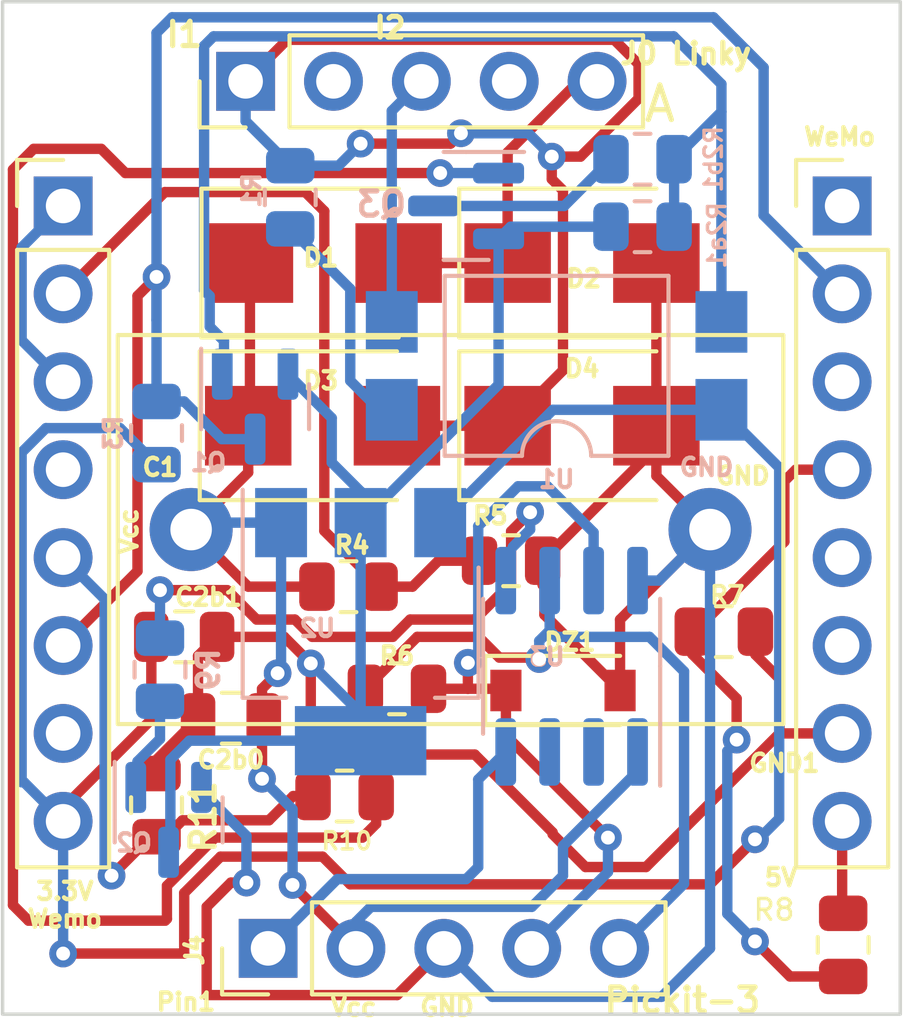
<source format=kicad_pcb>
(kicad_pcb (version 20211014) (generator pcbnew)
  (layers (0 "F.Cu" signal) (31 "B.Cu" signal) (34 "B.Paste" user) (35 "F.Paste" user) (36 "B.SilkS" user "B.Silkscreen") (37 "F.SilkS" user "F.Silkscreen") (38 "B.Mask" user) (39 "F.Mask" user) (44 "Edge.Cuts" user))
  (net 0 "")
  (net 1 "VCC")
  (net 2 "GND")
  (net 3 "A")
  (net 4 "I1")
  (net 5 "Net-(DZ1-Pad1)")
  (net 6 "I2")
  (net 7 "+3.3V")
  (net 8 "GND1")
  (net 9 "Net-(J4-Pad1)")
  (net 10 "Net-(J4-Pad5)")
  (net 13 "Net-(Q1-Pad1)")
  (net 14 "Net-(Q2-Pad1)")
  (net 15 "Net-(R1-Pad2)")
  (net 18 "Net-(Q3-Pad1)")
  (net 20 "Net-(J1-Pad2)")
  (net 21 "Net-(J1-Pad5)")
  (net 22 "Net-(J1-Pad6)")
  (net 23 "Net-(J2-Pad4)")
  (net 24 "Net-(J2-Pad8)")
  (net 25 "Net-(Q3-Pad3)")
  (net 26 "Net-(R9-Pad2)")
  (net 32 "Net-(J1-Pad1)")
  (footprint "Resistor_SMD:R_0805_2012Metric" (layer "F.Cu") (at 28.25 119 180)
    (fp_text reference "R4" (at -0.1 1.2) (layer "F.SilkS") (effects (font (size 0.5 0.5) (thickness 0.125))))
    (fp_text value "9.1k")
    (fp_line (start -0.227064 -0.735) (end 0.227064 -0.735) (layer "F.SilkS") (width 0.12))
    (fp_line (start -0.227064 0.735) (end 0.227064 0.735) (layer "F.SilkS") (width 0.12))
    (pad "1" smd roundrect (at -0.9125 0 180) (size 1.025 1.4) (layers "F.Cu" "F.Paste" "F.Mask") (roundrect_rratio 0.243902439) (net 20 "Net-(J1-Pad2)"))
    (pad "2" smd roundrect (at 0.9125 0 180) (size 1.025 1.4) (layers "F.Cu" "F.Paste" "F.Mask") (roundrect_rratio 0.243902439) (net 1 "VCC"))
  )
  (footprint "Capacitor_SMD:C_0805_2012Metric" (layer "F.Cu") (at 24.85 122.8 180)
    (fp_text reference "C2b0" (at 0 -1.2) (layer "F.SilkS") (effects (font (size 0.5 0.5) (thickness 0.125))))
    (fp_text value "C")
    (fp_line (start -0.261252 -0.735) (end 0.261252 -0.735) (layer "F.SilkS") (width 0.12))
    (fp_line (start -0.261252 0.735) (end 0.261252 0.735) (layer "F.SilkS") (width 0.12))
    (pad "1" smd roundrect (at -0.95 0 180) (size 1 1.45) (layers "F.Cu" "F.Paste" "F.Mask") (net 1 "VCC"))
    (pad "2" smd roundrect (at 0.95 0 180) (size 1 1.45) (layers "F.Cu" "F.Paste" "F.Mask") (net 8 "GND1"))
  )
  (footprint "Diode_SMD:D_SMB" (layer "F.Cu") (at 35 114.35)
    (fp_text reference "D4" (at 0 -1.65) (layer "F.SilkS") (effects (font (size 0.5 0.5) (thickness 0.125))))
    (fp_text value "S2JTR")
    (fp_line (start -3.55 -2.15) (end 2.15 -2.15) (layer "F.SilkS") (width 0.12))
    (fp_line (start -3.55 -2.15) (end -3.55 2.15) (layer "F.SilkS") (width 0.12))
    (fp_line (start -3.55 2.15) (end 2.15 2.15) (layer "F.SilkS") (width 0.12))
    (pad "1" smd rect (at -2.15 0) (size 2.5 2.3) (layers "F.Cu" "F.Paste" "F.Mask") (net 4 "I1"))
    (pad "2" smd rect (at 2.15 0) (size 2.5 2.3) (layers "F.Cu" "F.Paste" "F.Mask") (net 2 "GND"))
  )
  (footprint "Diode_SMD:D_SMB" (layer "F.Cu") (at 27.55 109.65)
    (fp_text reference "D1" (at -0.1 -0.15) (layer "F.SilkS") (effects (font (size 0.5 0.5) (thickness 0.125))))
    (fp_text value "S2JTR")
    (fp_line (start -3.55 2.15) (end 2.15 2.15) (layer "F.SilkS") (width 0.12))
    (fp_line (start -3.55 -2.15) (end 2.15 -2.15) (layer "F.SilkS") (width 0.12))
    (fp_line (start -3.55 -2.15) (end -3.55 2.15) (layer "F.SilkS") (width 0.12))
    (pad "1" smd rect (at -2.15 0) (size 2.5 2.3) (layers "F.Cu" "F.Paste" "F.Mask") (net 1 "VCC"))
    (pad "2" smd rect (at 2.15 0) (size 2.5 2.3) (layers "F.Cu" "F.Paste" "F.Mask") (net 3 "A"))
  )
  (footprint "Connector_PinHeader_2.54mm:PinHeader_1x05_P2.54mm_Vertical" (layer "F.Cu") (at 25.275 104.4 90)
    (fp_text reference "J0")
    (fp_text value "J0 Linky" (at 0.8 12.725 180) (layer "F.SilkS") (effects (font (size 0.6 0.6))))
    (fp_line (start -1.33 11.49) (end 1.33 11.49) (layer "F.SilkS") (width 0.12))
    (fp_line (start -1.33 -1.33) (end 0 -1.33) (layer "F.SilkS") (width 0.12))
    (fp_line (start -1.33 1.27) (end -1.33 11.49) (layer "F.SilkS") (width 0.12))
    (fp_line (start -1.33 1.27) (end 1.33 1.27) (layer "F.SilkS") (width 0.12))
    (fp_line (start -1.33 0) (end -1.33 -1.33) (layer "F.SilkS") (width 0.12))
    (fp_line (start 1.33 1.27) (end 1.33 11.49) (layer "F.SilkS") (width 0.12))
    (pad "1" thru_hole rect (at 0 0 90) (size 1.7 1.7) (drill 1) (layers *.Cu *.Mask) (net 4 "I1"))
    (pad "2" thru_hole oval (at 0 2.54 90) (size 1.7 1.7) (drill 1) (layers *.Cu *.Mask))
    (pad "3" thru_hole oval (at 0 5.08 90) (size 1.7 1.7) (drill 1) (layers *.Cu *.Mask) (net 6 "I2"))
    (pad "4" thru_hole oval (at 0 7.62 90) (size 1.7 1.7) (drill 1) (layers *.Cu *.Mask))
    (pad "5" thru_hole oval (at 0 10.16 90) (size 1.7 1.7) (drill 1) (layers *.Cu *.Mask) (net 3 "A"))
  )
  (footprint "Connector_PinHeader_2.54mm:PinHeader_1x08_P2.54mm_Vertical" (layer "F.Cu") (at 42.52 108)
    (fp_text reference "J2")
    (fp_text value "WeMo" (at -0.07 -2 180) (layer "F.SilkS") (effects (font (size 0.5 0.5) (thickness 0.125))))
    (fp_line (start -1.33 1.27) (end 1.33 1.27) (layer "F.SilkS") (width 0.12))
    (fp_line (start 1.33 1.27) (end 1.33 19.11) (layer "F.SilkS") (width 0.12))
    (fp_line (start -1.33 -1.33) (end 0 -1.33) (layer "F.SilkS") (width 0.12))
    (fp_line (start -1.33 19.11) (end 1.33 19.11) (layer "F.SilkS") (width 0.12))
    (fp_line (start -1.33 1.27) (end -1.33 19.11) (layer "F.SilkS") (width 0.12))
    (fp_line (start -1.33 0) (end -1.33 -1.33) (layer "F.SilkS") (width 0.12))
    (pad "1" thru_hole rect (at 0 0) (size 1.7 1.7) (drill 1) (layers *.Cu *.Mask))
    (pad "2" thru_hole oval (at 0 2.54) (size 1.7 1.7) (drill 1) (layers *.Cu *.Mask) (net 22 "Net-(J1-Pad6)"))
    (pad "3" thru_hole oval (at 0 5.08) (size 1.7 1.7) (drill 1) (layers *.Cu *.Mask))
    (pad "4" thru_hole oval (at 0 7.62) (size 1.7 1.7) (drill 1) (layers *.Cu *.Mask) (net 23 "Net-(J2-Pad4)"))
    (pad "5" thru_hole oval (at 0 10.16) (size 1.7 1.7) (drill 1) (layers *.Cu *.Mask))
    (pad "6" thru_hole oval (at 0 12.7) (size 1.7 1.7) (drill 1) (layers *.Cu *.Mask))
    (pad "7" thru_hole oval (at 0 15.24) (size 1.7 1.7) (drill 1) (layers *.Cu *.Mask) (net 8 "GND1"))
    (pad "8" thru_hole oval (at 0 17.78) (size 1.7 1.7) (drill 1) (layers *.Cu *.Mask) (net 24 "Net-(J2-Pad8)"))
  )
  (footprint "Connector_PinHeader_2.54mm:PinHeader_1x08_P2.54mm_Vertical" (layer "F.Cu") (at 20 108)
    (fp_text reference "J1")
    (fp_text value "Wemo" (at 0.05 20.6 180) (layer "F.SilkS") (effects (font (size 0.5 0.5) (thickness 0.125))))
    (fp_line (start -1.33 0) (end -1.33 -1.33) (layer "F.SilkS") (width 0.12))
    (fp_line (start -1.33 1.27) (end 1.33 1.27) (layer "F.SilkS") (width 0.12))
    (fp_line (start -1.33 19.11) (end 1.33 19.11) (layer "F.SilkS") (width 0.12))
    (fp_line (start -1.33 -1.33) (end 0 -1.33) (layer "F.SilkS") (width 0.12))
    (fp_line (start -1.33 1.27) (end -1.33 19.11) (layer "F.SilkS") (width 0.12))
    (fp_line (start 1.33 1.27) (end 1.33 19.11) (layer "F.SilkS") (width 0.12))
    (pad "1" thru_hole rect (at 0 0) (size 1.7 1.7) (drill 1) (layers *.Cu *.Mask) (net 32 "Net-(J1-Pad1)"))
    (pad "2" thru_hole oval (at 0 2.54) (size 1.7 1.7) (drill 1) (layers *.Cu *.Mask) (net 20 "Net-(J1-Pad2)"))
    (pad "3" thru_hole oval (at 0 5.08) (size 1.7 1.7) (drill 1) (layers *.Cu *.Mask) (net 32 "Net-(J1-Pad1)"))
    (pad "4" thru_hole oval (at 0 7.62) (size 1.7 1.7) (drill 1) (layers *.Cu *.Mask))
    (pad "5" thru_hole oval (at 0 10.16) (size 1.7 1.7) (drill 1) (layers *.Cu *.Mask) (net 21 "Net-(J1-Pad5)"))
    (pad "6" thru_hole oval (at 0 12.7) (size 1.7 1.7) (drill 1) (layers *.Cu *.Mask) (net 22 "Net-(J1-Pad6)"))
    (pad "7" thru_hole oval (at 0 15.24) (size 1.7 1.7) (drill 1) (layers *.Cu *.Mask))
    (pad "8" thru_hole oval (at 0 17.78) (size 1.7 1.7) (drill 1) (layers *.Cu *.Mask) (net 7 "+3.3V"))
  )
  (footprint "Connector_PinHeader_2.54mm:PinHeader_1x05_P2.54mm_Vertical" (layer "F.Cu") (at 25.925 129.45 90)
    (fp_text reference "J4" (at -0.05 -2.125 90) (layer "F.SilkS") (effects (font (size 0.5 0.5) (thickness 0.125))))
    (fp_text value "Pickit-3" (at -1.5 11.975 180) (layer "F.SilkS") (effects (font (size 0.7 0.7))))
    (fp_line (start -1.33 0) (end -1.33 -1.33) (layer "F.SilkS") (width 0.12))
    (fp_line (start -1.33 1.27) (end -1.33 11.49) (layer "F.SilkS") (width 0.12))
    (fp_line (start -1.33 1.27) (end 1.33 1.27) (layer "F.SilkS") (width 0.12))
    (fp_line (start -1.33 11.49) (end 1.33 11.49) (layer "F.SilkS") (width 0.12))
    (fp_line (start -1.33 -1.33) (end 0 -1.33) (layer "F.SilkS") (width 0.12))
    (fp_line (start 1.33 1.27) (end 1.33 11.49) (layer "F.SilkS") (width 0.12))
    (pad "1" thru_hole rect (at 0 0 90) (size 1.7 1.7) (drill 1) (layers *.Cu *.Mask) (net 9 "Net-(J4-Pad1)"))
    (pad "2" thru_hole oval (at 0 2.54 90) (size 1.7 1.7) (drill 1) (layers *.Cu *.Mask) (net 1 "VCC"))
    (pad "3" thru_hole oval (at 0 5.08 90) (size 1.7 1.7) (drill 1) (layers *.Cu *.Mask) (net 2 "GND"))
    (pad "4" thru_hole oval (at 0 7.62 90) (size 1.7 1.7) (drill 1) (layers *.Cu *.Mask) (net 5 "Net-(DZ1-Pad1)"))
    (pad "5" thru_hole oval (at 0 10.16 90) (size 1.7 1.7) (drill 1) (layers *.Cu *.Mask) (net 10 "Net-(J4-Pad5)"))
  )
  (footprint "Resistor_SMD:R_0805_2012Metric" (layer "F.Cu") (at 22.7 125.3125 90)
    (fp_text reference "R11" (at -0.3375 1.35 90) (layer "F.SilkS") (effects (font (size 0.7 0.7))))
    (fp_text value "330k")
    (fp_line (start -0.227064 0.735) (end 0.227064 0.735) (layer "F.SilkS") (width 0.12))
    (fp_line (start -0.227064 -0.735) (end 0.227064 -0.735) (layer "F.SilkS") (width 0.12))
    (pad "1" smd roundrect (at -0.9125 0 90) (size 1.025 1.4) (layers "F.Cu" "F.Paste" "F.Mask") (roundrect_rratio 0.243902) (net 21 "Net-(J1-Pad5)"))
    (pad "2" smd roundrect (at 0.9125 0 90) (size 1.025 1.4) (layers "F.Cu" "F.Paste" "F.Mask") (roundrect_rratio 0.243902) (net 8 "GND1"))
  )
  (footprint "Resistor_SMD:R_0805_2012Metric" (layer "F.Cu") (at 28.1375 125.05)
    (fp_text reference "R10" (at 0.0625 1.3) (layer "F.SilkS") (effects (font (size 0.5 0.5) (thickness 0.1))))
    (fp_text value "1k")
    (fp_line (start -0.227064 0.735) (end 0.227064 0.735) (layer "F.SilkS") (width 0.12))
    (fp_line (start -0.227064 -0.735) (end 0.227064 -0.735) (layer "F.SilkS") (width 0.12))
    (pad "1" smd roundrect (at -0.9125 0) (size 1.025 1.4) (layers "F.Cu" "F.Paste" "F.Mask") (roundrect_rratio 0.243902) (net 21 "Net-(J1-Pad5)"))
    (pad "2" smd roundrect (at 0.9125 0) (size 1.025 1.4) (layers "F.Cu" "F.Paste" "F.Mask") (roundrect_rratio 0.243902) (net 18 "Net-(Q3-Pad1)"))
  )
  (footprint "Capacitor_SMD:C_0805_2012Metric" (layer "F.Cu") (at 23.5 120.45)
    (fp_text reference "C2b1" (at 0.7 -1.15) (layer "F.SilkS") (effects (font (size 0.5 0.5) (thickness 0.125))))
    (fp_text value "C")
    (fp_line (start -0.261252 0.735) (end 0.261252 0.735) (layer "F.SilkS") (width 0.12))
    (fp_line (start -0.261252 -0.735) (end 0.261252 -0.735) (layer "F.SilkS") (width 0.12))
    (pad "1" smd roundrect (at -0.95 0) (size 1 1.45) (layers "F.Cu" "F.Paste" "F.Mask") (net 7 "+3.3V"))
    (pad "2" smd roundrect (at 0.95 0) (size 1 1.45) (layers "F.Cu" "F.Paste" "F.Mask") (net 8 "GND1"))
  )
  (footprint "Diode_SMD:D_SMB" (layer "F.Cu") (at 27.5 114.35)
    (fp_text reference "D3" (at -0.05 -1.3) (layer "F.SilkS") (effects (font (size 0.5 0.5) (thickness 0.125))))
    (fp_text value "S2JTR")
    (fp_line (start -3.55 -2.15) (end -3.55 2.15) (layer "F.SilkS") (width 0.12))
    (fp_line (start -3.55 -2.15) (end 2.15 -2.15) (layer "F.SilkS") (width 0.12))
    (fp_line (start -3.55 2.15) (end 2.15 2.15) (layer "F.SilkS") (width 0.12))
    (pad "1" smd rect (at -2.15 0) (size 2.5 2.3) (layers "F.Cu" "F.Paste" "F.Mask") (net 1 "VCC"))
    (pad "2" smd rect (at 2.15 0) (size 2.5 2.3) (layers "F.Cu" "F.Paste" "F.Mask") (net 4 "I1"))
  )
  (footprint "Resistor_SMD:R_0805_2012Metric" (layer "F.Cu") (at 32.95 118.25 180)
    (fp_text reference "R5" (at 0.6 1.3) (layer "F.SilkS") (effects (font (size 0.5 0.5) (thickness 0.125))))
    (fp_text value "1k")
    (fp_line (start -0.227064 -0.735) (end 0.227064 -0.735) (layer "F.SilkS") (width 0.12))
    (fp_line (start -0.227064 0.735) (end 0.227064 0.735) (layer "F.SilkS") (width 0.12))
    (pad "1" smd roundrect (at -0.9125 0 180) (size 1.025 1.4) (layers "F.Cu" "F.Paste" "F.Mask") (roundrect_rratio 0.243902439) (net 2 "GND"))
    (pad "2" smd roundrect (at 0.9125 0 180) (size 1.025 1.4) (layers "F.Cu" "F.Paste" "F.Mask") (roundrect_rratio 0.243902439) (net 20 "Net-(J1-Pad2)"))
  )
  (footprint "Capacitor_THT:C_Rect_L19.0mm_W11.0mm_P15.00mm_MKS4" (layer "F.Cu") (at 23.7 117.35)
    (fp_text reference "C1" (at -0.9 -1.8) (layer "F.SilkS") (effects (font (size 0.5 0.5) (thickness 0.125))))
    (fp_text value "C" hide)
    (fp_line (start -2.12 -5.62) (end -2.12 5.62) (layer "F.SilkS") (width 0.12))
    (fp_line (start -2.12 -5.62) (end 17.12 -5.62) (layer "F.SilkS") (width 0.12))
    (fp_line (start 17.12 -5.62) (end 17.12 5.62) (layer "F.SilkS") (width 0.12))
    (fp_line (start -2.12 5.62) (end 17.12 5.62) (layer "F.SilkS") (width 0.12))
    (pad "1" thru_hole circle (at 0 0) (size 2.4 2.4) (drill 1.2) (layers *.Cu *.Mask) (net 1 "VCC"))
    (pad "2" thru_hole circle (at 15 0) (size 2.4 2.4) (drill 1.2) (layers *.Cu *.Mask) (net 2 "GND"))
  )
  (footprint "Resistor_SMD:R_0805_2012Metric" (layer "F.Cu") (at 39.1 120.3)
    (fp_text reference "R7" (at 0.1 -1.05) (layer "F.SilkS") (effects (font (size 0.5 0.5) (thickness 0.11))))
    (fp_text value "470k" hide)
    (fp_line (start -0.227064 -0.735) (end 0.227064 -0.735) (layer "F.SilkS") (width 0.12))
    (fp_line (start -0.227064 0.735) (end 0.227064 0.735) (layer "F.SilkS") (width 0.12))
    (pad "1" smd roundrect (at -0.9125 0) (size 1.025 1.4) (layers "F.Cu" "F.Paste" "F.Mask") (roundrect_rratio 0.243902) (net 23 "Net-(J2-Pad4)"))
    (pad "2" smd roundrect (at 0.9125 0) (size 1.025 1.4) (layers "F.Cu" "F.Paste" "F.Mask") (roundrect_rratio 0.243902) (net 8 "GND1"))
  )
  (footprint "Resistor_SMD:R_0805_2012Metric" (layer "F.Cu") (at 29.65 121.95 180)
    (fp_text reference "R6" (at 0 0.95) (layer "F.SilkS") (effects (font (size 0.5 0.5) (thickness 0.125))))
    (fp_text value "270")
    (fp_line (start -0.227064 0.735) (end 0.227064 0.735) (layer "F.SilkS") (width 0.12))
    (fp_line (start -0.227064 -0.735) (end 0.227064 -0.735) (layer "F.SilkS") (width 0.12))
    (pad "1" smd roundrect (at -0.9125 0 180) (size 1.025 1.4) (layers "F.Cu" "F.Paste" "F.Mask") (roundrect_rratio 0.243902439) (net 5 "Net-(DZ1-Pad1)"))
    (pad "2" smd roundrect (at 0.9125 0 180) (size 1.025 1.4) (layers "F.Cu" "F.Paste" "F.Mask") (roundrect_rratio 0.243902439) (net 10 "Net-(J4-Pad5)"))
  )
  (footprint "Diode_SMD:D_SOD-123" (layer "F.Cu") (at 34.45 122)
    (fp_text reference "DZ1" (at 0.2 -1.4) (layer "F.SilkS") (effects (font (size 0.5 0.5) (thickness 0.125))))
    (fp_text value "BAT43W-V" hide)
    (fp_line (start -2.25 1) (end 1.65 1) (layer "F.SilkS") (width 0.12))
    (fp_line (start -2.25 -1) (end 1.65 -1) (layer "F.SilkS") (width 0.12))
    (fp_line (start -2.25 -1) (end -2.25 1) (layer "F.SilkS") (width 0.12))
    (pad "1" smd rect (at -1.65 0) (size 0.9 1.2) (layers "F.Cu" "F.Paste" "F.Mask") (net 5 "Net-(DZ1-Pad1)"))
    (pad "2" smd rect (at 1.65 0) (size 0.9 1.2) (layers "F.Cu" "F.Paste" "F.Mask") (net 2 "GND"))
  )
  (footprint "Resistor_SMD:R_0805_2012Metric" (layer "F.Cu") (at 42.55 129.35 -90)
    (fp_text reference "R8" (at -1.0125 2 180) (layer "F.SilkS") (effects (font (size 0.6 0.6) (thickness 0.1))))
    (fp_text value "750k")
    (fp_line (start -0.227064 -0.735) (end 0.227064 -0.735) (layer "F.SilkS") (width 0.12))
    (fp_line (start -0.227064 0.735) (end 0.227064 0.735) (layer "F.SilkS") (width 0.12))
    (pad "1" smd roundrect (at -0.9125 0 270) (size 1.025 1.4) (layers "F.Cu" "F.Paste" "F.Mask") (roundrect_rratio 0.243902) (net 24 "Net-(J2-Pad8)"))
    (pad "2" smd roundrect (at 0.9125 0 270) (size 1.025 1.4) (layers "F.Cu" "F.Paste" "F.Mask") (roundrect_rratio 0.243902) (net 23 "Net-(J2-Pad4)"))
  )
  (footprint "Diode_SMD:D_SMB" (layer "F.Cu") (at 35 109.65)
    (fp_text reference "D2" (at 0.05 0.45) (layer "F.SilkS") (effects (font (size 0.5 0.5) (thickness 0.125))))
    (fp_text value "S2JTR")
    (fp_line (start -3.55 -2.15) (end 2.15 -2.15) (layer "F.SilkS") (width 0.12))
    (fp_line (start -3.55 -2.15) (end -3.55 2.15) (layer "F.SilkS") (width 0.12))
    (fp_line (start -3.55 2.15) (end 2.15 2.15) (layer "F.SilkS") (width 0.12))
    (pad "1" smd rect (at -2.15 0) (size 2.5 2.3) (layers "F.Cu" "F.Paste" "F.Mask") (net 3 "A"))
    (pad "2" smd rect (at 2.15 0) (size 2.5 2.3) (layers "F.Cu" "F.Paste" "F.Mask") (net 2 "GND"))
  )
  (footprint "Package_DIP:SMDIP-4_W9.53mm_Clearance8mm" (layer "B.Cu") (at 34.265 112.62)
    (fp_text reference "U1" (at 0 3.28) (layer "B.SilkS") (effects (font (size 0.5 0.5) (thickness 0.125)) (justify mirror)))
    (fp_text value "SFH6206-2T")
    (fp_line (start -3.235 -2.6) (end 3.235 -2.6) (layer "B.SilkS") (width 0.12))
    (fp_line (start 3.235 2.6) (end 1 2.6) (layer "B.SilkS") (width 0.12))
    (fp_line (start 3.235 -2.6) (end 3.235 2.6) (layer "B.SilkS") (width 0.12))
    (fp_line (start -1 2.6) (end -3.235 2.6) (layer "B.SilkS") (width 0.12))
    (fp_line (start -3.235 2.6) (end -3.235 -2.6) (layer "B.SilkS") (width 0.12))
    (fp_arc (start -1 2.6) (mid 0 1.6) (end 1 2.6) (layer "B.SilkS") (width 0.12))
    (pad "1" smd rect (at -4.765 1.27) (size 1.5 1.78) (layers "B.Cu" "B.Paste" "B.Mask") (net 15 "Net-(R1-Pad2)"))
    (pad "2" smd rect (at -4.765 -1.27) (size 1.5 1.78) (layers "B.Cu" "B.Paste" "B.Mask") (net 6 "I2"))
    (pad "3" smd rect (at 4.765 -1.27) (size 1.5 1.78) (layers "B.Cu" "B.Paste" "B.Mask") (net 13 "Net-(Q1-Pad1)"))
    (pad "4" smd rect (at 4.765 1.27) (size 1.5 1.78) (layers "B.Cu" "B.Paste" "B.Mask") (net 7 "+3.3V"))
  )
  (footprint "Resistor_SMD:R_0805_2012Metric" (layer "B.Cu") (at 36.75 106.65)
    (fp_text reference "R2b1" (at 2.05 0 90) (layer "B.SilkS") (effects (font (size 0.5 0.5) (thickness 0.1)) (justify mirror)))
    (fp_text value "26k")
    (fp_line (start -0.227064 0.735) (end 0.227064 0.735) (layer "B.SilkS") (width 0.12))
    (fp_line (start -0.227064 -0.735) (end 0.227064 -0.735) (layer "B.SilkS") (width 0.12))
    (pad "1" smd roundrect (at -0.9125 0) (size 1.025 1.4) (layers "B.Cu" "B.Paste" "B.Mask") (roundrect_rratio 0.243902) (net 25 "Net-(Q3-Pad3)"))
    (pad "2" smd roundrect (at 0.9125 0) (size 1.025 1.4) (layers "B.Cu" "B.Paste" "B.Mask") (roundrect_rratio 0.243902) (net 13 "Net-(Q1-Pad1)"))
  )
  (footprint "Resistor_SMD:R_0805_2012Metric" (layer "B.Cu") (at 22.8 121.4 90)
    (fp_text reference "R9" (at 0 1.4 90) (layer "B.SilkS") (effects (font (size 0.6 0.6)) (justify mirror)))
    (fp_text value "1k")
    (fp_line (start -0.227064 0.735) (end 0.227064 0.735) (layer "B.SilkS") (width 0.12))
    (fp_line (start -0.227064 -0.735) (end 0.227064 -0.735) (layer "B.SilkS") (width 0.12))
    (pad "1" smd roundrect (at -0.9125 0 90) (size 1.025 1.4) (layers "B.Cu" "B.Paste" "B.Mask") (roundrect_rratio 0.243902) (net 14 "Net-(Q2-Pad1)"))
    (pad "2" smd roundrect (at 0.9125 0 90) (size 1.025 1.4) (layers "B.Cu" "B.Paste" "B.Mask") (roundrect_rratio 0.243902) (net 26 "Net-(R9-Pad2)"))
  )
  (footprint "Package_TO_SOT_SMD:SOT-23" (layer "B.Cu") (at 23.05 125.7375 -90)
    (fp_text reference "Q2" (at 0.6625 1) (layer "B.SilkS") (effects (font (size 0.5 0.5) (thickness 0.125)) (justify mirror)))
    (fp_text value "IRLML6244")
    (fp_line (start 0 1.56) (end 0.65 1.56) (layer "B.SilkS") (width 0.12))
    (fp_line (start 0 -1.56) (end -0.65 -1.56) (layer "B.SilkS") (width 0.12))
    (fp_line (start 0 -1.56) (end 0.65 -1.56) (layer "B.SilkS") (width 0.12))
    (fp_line (start 0 1.56) (end -1.675 1.56) (layer "B.SilkS") (width 0.12))
    (pad "1" smd roundrect (at -0.9375 0.95 270) (size 1.475 0.6) (layers "B.Cu" "B.Paste" "B.Mask") (net 14 "Net-(Q2-Pad1)"))
    (pad "2" smd roundrect (at -0.9375 -0.95 270) (size 1.475 0.6) (layers "B.Cu" "B.Paste" "B.Mask") (net 2 "GND"))
    (pad "3" smd roundrect (at 0.9375 0 270) (size 1.475 0.6) (layers "B.Cu" "B.Paste" "B.Mask") (net 8 "GND1"))
  )
  (footprint "Resistor_SMD:R_0805_2012Metric" (layer "B.Cu") (at 26.565 107.75 -90)
    (fp_text reference "R1" (at -0.2 1.115 90) (layer "B.SilkS") (effects (font (size 0.5 0.5) (thickness 0.125)) (justify mirror)))
    (fp_text value "0.1k")
    (fp_line (start -0.227064 -0.735) (end 0.227064 -0.735) (layer "B.SilkS") (width 0.12))
    (fp_line (start -0.227064 0.735) (end 0.227064 0.735) (layer "B.SilkS") (width 0.12))
    (pad "1" smd roundrect (at -0.9125 0 270) (size 1.025 1.4) (layers "B.Cu" "B.Paste" "B.Mask") (roundrect_rratio 0.243902439) (net 4 "I1"))
    (pad "2" smd roundrect (at 0.9125 0 270) (size 1.025 1.4) (layers "B.Cu" "B.Paste" "B.Mask") (roundrect_rratio 0.243902439) (net 15 "Net-(R1-Pad2)"))
  )
  (footprint "Package_TO_SOT_SMD:SOT-223-3_TabPin2" (layer "B.Cu") (at 28.6 120.3 -90)
    (fp_text reference "U2" (at -0.1 1.25) (layer "B.SilkS") (effects (font (size 0.5 0.5) (thickness 0.125)) (justify mirror)))
    (fp_text value "MCP1825s33")
    (fp_line (start -4.1 3.41) (end 1.91 3.41) (layer "B.SilkS") (width 0.12))
    (fp_line (start -1.85 -3.41) (end 1.91 -3.41) (layer "B.SilkS") (width 0.12))
    (fp_line (start 1.91 3.41) (end 1.91 2.15) (layer "B.SilkS") (width 0.12))
    (fp_line (start 1.91 -3.41) (end 1.91 -2.15) (layer "B.SilkS") (width 0.12))
    (pad "1" smd rect (at -3.15 2.3 270) (size 2 1.5) (layers "B.Cu" "B.Paste" "B.Mask") (net 1 "VCC"))
    (pad "2" smd rect (at -3.15 0 270) (size 2 1.5) (layers "B.Cu" "B.Paste" "B.Mask") (net 8 "GND1"))
    (pad "2" smd rect (at 3.15 0 270) (size 2 3.8) (layers "B.Cu" "B.Paste" "B.Mask") (net 8 "GND1"))
    (pad "3" smd rect (at -3.15 -2.3 270) (size 2 1.5) (layers "B.Cu" "B.Paste" "B.Mask") (net 7 "+3.3V"))
  )
  (footprint "Package_TO_SOT_SMD:SOT-23" (layer "B.Cu") (at 25.55 113.8 -90)
    (fp_text reference "Q1" (at 1.6125 1.35) (layer "B.SilkS") (effects (font (size 0.5 0.5) (thickness 0.125)) (justify mirror)))
    (fp_text value "BS170F")
    (fp_line (start 0 -1.56) (end 0.65 -1.56) (layer "B.SilkS") (width 0.12))
    (fp_line (start 0 1.56) (end -1.675 1.56) (layer "B.SilkS") (width 0.12))
    (fp_line (start 0 1.56) (end 0.65 1.56) (layer "B.SilkS") (width 0.12))
    (fp_line (start 0 -1.56) (end -0.65 -1.56) (layer "B.SilkS") (width 0.12))
    (pad "1" smd roundrect (at -0.9375 0.95 270) (size 1.475 0.6) (layers "B.Cu" "B.Paste" "B.Mask") (net 13 "Net-(Q1-Pad1)"))
    (pad "2" smd roundrect (at -0.9375 -0.95 270) (size 1.475 0.6) (layers "B.Cu" "B.Paste" "B.Mask") (net 8 "GND1"))
    (pad "3" smd roundrect (at 0.9375 0 270) (size 1.475 0.6) (layers "B.Cu" "B.Paste" "B.Mask") (net 22 "Net-(J1-Pad6)"))
  )
  (footprint "Package_TO_SOT_SMD:SOT-23" (layer "B.Cu") (at 31.65 108 180)
    (fp_text reference "Q3" (at 2.45 0.05) (layer "B.SilkS") (effects (font (size 0.7 0.7)) (justify mirror)))
    (fp_text value "IRLML6244")
    (fp_line (start 0 -1.56) (end -0.65 -1.56) (layer "B.SilkS") (width 0.12))
    (fp_line (start 0 1.56) (end -1.675 1.56) (layer "B.SilkS") (width 0.12))
    (fp_line (start 0 -1.56) (end 0.65 -1.56) (layer "B.SilkS") (width 0.12))
    (fp_line (start 0 1.56) (end 0.65 1.56) (layer "B.SilkS") (width 0.12))
    (pad "1" smd roundrect (at -0.9375 0.95 180) (size 1.475 0.6) (layers "B.Cu" "B.Paste" "B.Mask") (net 18 "Net-(Q3-Pad1)"))
    (pad "2" smd roundrect (at -0.9375 -0.95 180) (size 1.475 0.6) (layers "B.Cu" "B.Paste" "B.Mask") (net 8 "GND1"))
    (pad "3" smd roundrect (at 0.9375 0 180) (size 1.475 0.6) (layers "B.Cu" "B.Paste" "B.Mask") (net 25 "Net-(Q3-Pad3)"))
  )
  (footprint "Resistor_SMD:R_0805_2012Metric" (layer "B.Cu") (at 22.7 114.5625 -90)
    (fp_text reference "R3" (at 0 1.25 90) (layer "B.SilkS") (effects (font (size 0.5 0.5) (thickness 0.125)) (justify mirror)))
    (fp_text value "10k")
    (fp_line (start -0.227064 -0.735) (end 0.227064 -0.735) (layer "B.SilkS") (width 0.12))
    (fp_line (start -0.227064 0.735) (end 0.227064 0.735) (layer "B.SilkS") (width 0.12))
    (pad "1" smd roundrect (at -0.9125 0 270) (size 1.025 1.4) (layers "B.Cu" "B.Paste" "B.Mask") (roundrect_rratio 0.243902439) (net 22 "Net-(J1-Pad6)"))
    (pad "2" smd roundrect (at 0.9125 0 270) (size 1.025 1.4) (layers "B.Cu" "B.Paste" "B.Mask") (roundrect_rratio 0.243902439) (net 7 "+3.3V"))
  )
  (footprint "Resistor_SMD:R_0805_2012Metric" (layer "B.Cu") (at 36.75 108.6)
    (fp_text reference "R2a1" (at 2.15 0.25 90) (layer "B.SilkS") (effects (font (size 0.5 0.5) (thickness 0.1)) (justify mirror)))
    (fp_text value "22k")
    (fp_line (start -0.227064 0.735) (end 0.227064 0.735) (layer "B.SilkS") (width 0.12))
    (fp_line (start -0.227064 -0.735) (end 0.227064 -0.735) (layer "B.SilkS") (width 0.12))
    (pad "1" smd roundrect (at -0.9125 0) (size 1.025 1.4) (layers "B.Cu" "B.Paste" "B.Mask") (roundrect_rratio 0.243902) (net 8 "GND1"))
    (pad "2" smd roundrect (at 0.9125 0) (size 1.025 1.4) (layers "B.Cu" "B.Paste" "B.Mask") (roundrect_rratio 0.243902) (net 13 "Net-(Q1-Pad1)"))
  )
  (footprint "Package_SO:SOIC-8_3.9x4.9mm_P1.27mm" (layer "B.Cu") (at 34.7 121.3 90)
    (fp_text reference "U3" (at 0.275 -0.715) (layer "B.SilkS") (effects (font (size 0.5 0.5) (thickness 0.125)) (justify mirror)))
    (fp_text value "PIC12F1840-IP")
    (fp_line (start 0 2.56) (end 1.95 2.56) (layer "B.SilkS") (width 0.12))
    (fp_line (start 0 2.56) (end -3.45 2.56) (layer "B.SilkS") (width 0.12))
    (fp_line (start 0 -2.56) (end -1.95 -2.56) (layer "B.SilkS") (width 0.12))
    (fp_line (start 0 -2.56) (end 1.95 -2.56) (layer "B.SilkS") (width 0.12))
    (pad "1" smd roundrect (at -2.475 1.905 90) (size 1.95 0.6) (layers "B.Cu" "B.Paste" "B.Mask") (net 1 "VCC"))
    (pad "2" smd roundrect (at -2.475 0.635 90) (size 1.95 0.6) (layers "B.Cu" "B.Paste" "B.Mask"))
    (pad "3" smd roundrect (at -2.475 -0.635 90) (size 1.95 0.6) (layers "B.Cu" "B.Paste" "B.Mask"))
    (pad "4" smd roundrect (at -2.475 -1.905 90) (size 1.95 0.6) (layers "B.Cu" "B.Paste" "B.Mask") (net 9 "Net-(J4-Pad1)"))
    (pad "5" smd roundrect (at 2.475 -1.905 90) (size 1.95 0.6) (layers "B.Cu" "B.Paste" "B.Mask") (net 26 "Net-(R9-Pad2)"))
    (pad "6" smd roundrect (at 2.475 -0.635 90) (size 1.95 0.6) (layers "B.Cu" "B.Paste" "B.Mask") (net 10 "Net-(J4-Pad5)"))
    (pad "7" smd roundrect (at 2.475 0.635 90) (size 1.95 0.6) (layers "B.Cu" "B.Paste" "B.Mask") (net 5 "Net-(DZ1-Pad1)"))
    (pad "8" smd roundrect (at 2.475 1.905 90) (size 1.95 0.6) (layers "B.Cu" "B.Paste" "B.Mask") (net 2 "GND"))
  )
  (gr_rect (start 18.25 102.1) (end 44.2 131.351615) (layer "Edge.Cuts") (width 0.1) (fill none))
  (gr_text "GND\n" (at 38.6 115.55) (layer "B.SilkS") (effects (font (size 0.5 0.5) (thickness 0.125))))
  (gr_text "Pin1" (at 23.55 131) (layer "F.SilkS") (effects (font (size 0.5 0.5) (thickness 0.125))))
  (gr_text "GND\n" (at 31.1 131.15) (layer "F.SilkS") (effects (font (size 0.5 0.5) (thickness 0.125))))
  (gr_text "5V" (at 40.75 127.4) (layer "F.SilkS") (effects (font (size 0.5 0.5) (thickness 0.125))))
  (gr_text "I1" (at 23.5 103.05) (layer "F.SilkS") (effects (font (size 0.7 0.7))))
  (gr_text "I2" (at 29.45 102.85) (layer "F.SilkS") (effects (font (size 0.6 0.6))))
  (gr_text "GND\n" (at 39.65 115.8) (layer "F.SilkS") (effects (font (size 0.5 0.5) (thickness 0.125))))
  (gr_text "Vcc" (at 28.4 131.15) (layer "F.SilkS") (effects (font (size 0.5 0.5) (thickness 0.125))))
  (gr_text "3.3V" (at 20.05 127.8) (layer "F.SilkS") (effects (font (size 0.5 0.5) (thickness 0.125))))
  (gr_text "A" (at 37.25 105.05) (layer "F.SilkS") (effects (font (size 1 1))))
  (gr_text "Vcc\n" (at 21.9 117.4 90) (layer "F.SilkS") (effects (font (size 0.5 0.5) (thickness 0.125))))
  (gr_text "GND1" (at 40.85 124.1) (layer "F.SilkS") (effects (font (size 0.5 0.5) (thickness 0.125))))
  (segment (start 25.4 114.3) (end 25.35 114.35) (width 0.3) (layer "F.Cu") (net 1))
  (segment (start 23.7 117.35) (end 25.35 119) (width 0.3) (layer "F.Cu") (net 1))
  (segment (start 25.35 115.7) (end 23.7 117.35) (width 0.3) (layer "F.Cu") (net 1))
  (segment (start 25.75 121.95) (end 26.2 121.5) (width 0.3) (layer "F.Cu") (net 1))
  (segment (start 25.35 119) (end 27.3375 119) (width 0.3) (layer "F.Cu") (net 1))
  (segment (start 25.75 124.55) (end 25.75 123) (width 0.3) (layer "F.Cu") (net 1))
  (segment (start 26.6325 127.6175) (end 28.465 129.45) (width 0.3) (layer "F.Cu") (net 1))
  (segment (start 25.35 114.35) (end 25.35 115.7) (width 0.3) (layer "F.Cu") (net 1))
  (segment (start 25.75 123) (end 25.75 121.95) (width 0.3) (layer "F.Cu") (net 1))
  (segment (start 25.4 109.65) (end 25.4 114.3) (width 0.3) (layer "F.Cu") (net 1))
  (via (at 26.2 121.5) (size 0.8) (drill 0.4) (layers "F.Cu" "B.Cu") (net 1))
  (via (at 25.75 124.55) (size 0.8) (drill 0.4) (layers "F.Cu" "B.Cu") (net 1))
  (via (at 26.6325 127.6175) (size 0.8) (drill 0.4) (layers "F.Cu" "B.Cu") (net 1))
  (segment (start 36.605 124.334339) (end 34.45 126.489339) (width 0.3) (layer "B.Cu") (net 1))
  (segment (start 28.465 128.685) (end 28.465 129.45) (width 0.3) (layer "B.Cu") (net 1))
  (segment (start 23.9 117.15) (end 23.7 117.35) (width 0.3) (layer "B.Cu") (net 1))
  (segment (start 26.3 117.15) (end 23.9 117.15) (width 0.3) (layer "B.Cu") (net 1))
  (segment (start 36.605 123.775) (end 36.605 124.334339) (width 0.3) (layer "B.Cu") (net 1))
  (segment (start 33.55 128.25) (end 28.9 128.25) (width 0.3) (layer "B.Cu") (net 1))
  (segment (start 26.2 121.5) (end 26.3 121.4) (width 0.3) (layer "B.Cu") (net 1))
  (segment (start 26.6325 127.6175) (end 26.6325 125.4325) (width 0.3) (layer "B.Cu") (net 1))
  (segment (start 34.45 127.35) (end 33.55 128.25) (width 0.3) (layer "B.Cu") (net 1))
  (segment (start 34.45 126.489339) (end 34.45 127.35) (width 0.3) (layer "B.Cu") (net 1))
  (segment (start 26.3 121.4) (end 26.3 117.15) (width 0.3) (layer "B.Cu") (net 1))
  (segment (start 26.6325 125.4325) (end 25.75 124.55) (width 0.3) (layer "B.Cu") (net 1))
  (segment (start 28.9 128.25) (end 28.465 128.685) (width 0.3) (layer "B.Cu") (net 1))
  (segment (start 38.7 117.35) (end 37.15 115.8) (width 0.3) (layer "F.Cu") (net 2))
  (segment (start 24.15 128.25) (end 24.15 130.8) (width 0.3) (layer "F.Cu") (net 2))
  (segment (start 36.1 122) (end 36.1 119.95) (width 0.3) (layer "F.Cu") (net 2))
  (segment (start 33.9125 119) (end 33.9125 119.8125) (width 0.3) (layer "F.Cu") (net 2))
  (segment (start 37.15 114.9625) (end 33.8625 118.25) (width 0.3) (layer "F.Cu") (net 2))
  (segment (start 24.85 127.55) (end 24.15 128.25) (width 0.3) (layer "F.Cu") (net 2))
  (segment (start 37.15 115.8) (end 37.15 114.35) (width 0.3) (layer "F.Cu") (net 2))
  (segment (start 36.1 119.95) (end 38.7 117.35) (width 0.3) (layer "F.Cu") (net 2))
  (segment (start 37.15 114.35) (end 37.15 114.9625) (width 0.3) (layer "F.Cu") (net 2))
  (segment (start 24.15 130.8) (end 29.655 130.8) (width 0.3) (layer "F.Cu") (net 2))
  (segment (start 33.8625 118.95) (end 33.9125 119) (width 0.3) (layer "F.Cu") (net 2))
  (segment (start 37.15 109.65) (end 37.15 114.35) (width 0.3) (layer "F.Cu") (net 2))
  (segment (start 33.9125 119.8125) (end 36.1 122) (width 0.3) (layer "F.Cu") (net 2))
  (segment (start 33.8625 118.25) (end 33.8625 118.95) (width 0.3) (layer "F.Cu") (net 2))
  (segment (start 29.655 130.8) (end 31.005 129.45) (width 0.3) (layer "F.Cu") (net 2))
  (segment (start 25.3 127.55) (end 24.85 127.55) (width 0.3) (layer "F.Cu") (net 2))
  (via (at 25.3 127.55) (size 0.8) (drill 0.4) (layers "F.Cu" "B.Cu") (net 2))
  (segment (start 37.3 130.85) (end 38.7 129.45) (width 0.3) (layer "B.Cu") (net 2))
  (segment (start 32.405 130.85) (end 37.3 130.85) (width 0.3) (layer "B.Cu") (net 2))
  (segment (start 36.605 118.825) (end 37.225 118.825) (width 0.3) (layer "B.Cu") (net 2))
  (segment (start 25.3 126.2) (end 23.9 124.8) (width 0.3) (layer "B.Cu") (net 2))
  (segment (start 25.3 127.55) (end 25.3 126.2) (width 0.3) (layer "B.Cu") (net 2))
  (segment (start 37.225 118.825) (end 38.7 117.35) (width 0.3) (layer "B.Cu") (net 2))
  (segment (start 31.005 129.45) (end 32.405 130.85) (width 0.3) (layer "B.Cu") (net 2))
  (segment (start 38.7 129.45) (end 38.7 117.35) (width 0.3) (layer "B.Cu") (net 2))
  (segment (start 35.435 104.4) (end 34.9 104.4) (width 0.3) (layer "F.Cu") (net 3))
  (segment (start 29.7 109.65) (end 32.85 109.65) (width 0.3) (layer "F.Cu") (net 3))
  (segment (start 34.9 104.4) (end 32.85 106.45) (width 0.3) (layer "F.Cu") (net 3))
  (segment (start 32.85 106.45) (end 32.85 109.65) (width 0.3) (layer "F.Cu") (net 3))
  (segment (start 34.957057 106.575) (end 36.635 104.897057) (width 0.3) (layer "F.Cu") (net 4))
  (segment (start 36.635 104.897057) (end 36.635 103.902943) (width 0.3) (layer "F.Cu") (net 4))
  (segment (start 31.2 106.2) (end 28.6 106.2) (width 0.3) (layer "F.Cu") (net 4))
  (segment (start 35.932057 103.2) (end 26.475 103.2) (width 0.3) (layer "F.Cu") (net 4))
  (segment (start 26.475 103.2) (end 25.275 104.4) (width 0.3) (layer "F.Cu") (net 4))
  (segment (start 32.85 114.35) (end 29.65 114.35) (width 0.3) (layer "F.Cu") (net 4))
  (segment (start 34.45 112.75) (end 32.85 114.35) (width 0.3) (layer "F.Cu") (net 4))
  (segment (start 34.45 107.55) (end 34.45 112.75) (width 0.3) (layer "F.Cu") (net 4))
  (segment (start 36.635 103.902943) (end 35.932057 103.2) (width 0.3) (layer "F.Cu") (net 4))
  (segment (start 31.5 105.9) (end 31.2 106.2) (width 0.3) (layer "F.Cu") (net 4))
  (segment (start 34.125 106.575) (end 34.125 107.225) (width 0.3) (layer "F.Cu") (net 4))
  (segment (start 34.125 106.575) (end 34.957057 106.575) (width 0.3) (layer "F.Cu") (net 4))
  (segment (start 34.125 107.225) (end 34.45 107.55) (width 0.3) (layer "F.Cu") (net 4))
  (via (at 31.5 105.9) (size 0.8) (drill 0.4) (layers "F.Cu" "B.Cu") (net 4))
  (via (at 28.6 106.2) (size 0.8) (drill 0.4) (layers "F.Cu" "B.Cu") (net 4))
  (via (at 34.125 106.575) (size 0.8) (drill 0.4) (layers "F.Cu" "B.Cu") (net 4))
  (segment (start 25.275 105.5475) (end 26.565 106.8375) (width 0.3) (layer "B.Cu") (net 4))
  (segment (start 25.275 104.4) (end 25.275 105.5475) (width 0.3) (layer "B.Cu") (net 4))
  (segment (start 31.5 105.9) (end 33.45 105.9) (width 0.3) (layer "B.Cu") (net 4))
  (segment (start 33.45 105.9) (end 34.125 106.575) (width 0.3) (layer "B.Cu") (net 4))
  (segment (start 27.9625 106.8375) (end 28.6 106.2) (width 0.3) (layer "B.Cu") (net 4))
  (segment (start 26.565 106.8375) (end 27.9625 106.8375) (width 0.3) (layer "B.Cu") (net 4))
  (segment (start 35.75 126.25) (end 32.8 123.3) (width 0.3) (layer "F.Cu") (net 5))
  (segment (start 32.8 123.3) (end 32.8 122) (width 0.3) (layer "F.Cu") (net 5))
  (segment (start 31.7 121.95) (end 32.75 121.95) (width 0.3) (layer "F.Cu") (net 5))
  (segment (start 32.75 121.95) (end 32.8 122) (width 0.3) (layer "F.Cu") (net 5))
  (segment (start 31.7 121.2) (end 31.7 121.95) (width 0.3) (layer "F.Cu") (net 5))
  (segment (start 30.5625 121.95) (end 31.7 121.95) (width 0.3) (layer "F.Cu") (net 5))
  (via (at 31.7 121.2) (size 0.8) (drill 0.4) (layers "F.Cu" "B.Cu") (net 5))
  (via (at 35.75 126.25) (size 0.8) (drill 0.4) (layers "F.Cu" "B.Cu") (net 5))
  (segment (start 35.335 117.435) (end 34 116.1) (width 0.3) (layer "B.Cu") (net 5))
  (segment (start 35.335 118.825) (end 35.335 117.435) (width 0.3) (layer "B.Cu") (net 5))
  (segment (start 34 116.1) (end 33.15 116.1) (width 0.3) (layer "B.Cu") (net 5))
  (segment (start 33.15 116.1) (end 32 117.25) (width 0.3) (layer "B.Cu") (net 5))
  (segment (start 32 117.25) (end 32 120.9) (width 0.3) (layer "B.Cu") (net 5))
  (segment (start 32 120.9) (end 31.7 121.2) (width 0.3) (layer "B.Cu") (net 5))
  (segment (start 33.545 129.45) (end 35.75 127.245) (width 0.3) (layer "B.Cu") (net 5))
  (segment (start 35.75 127.245) (end 35.75 126.25) (width 0.3) (layer "B.Cu") (net 5))
  (segment (start 29.5 105.255) (end 30.355 104.4) (width 0.3) (layer "B.Cu") (net 6))
  (segment (start 29.5 111.35) (end 29.5 105.255) (width 0.3) (layer "B.Cu") (net 6))
  (segment (start 23.5 129.6) (end 23.5 127.85) (width 0.3) (layer "F.Cu") (net 7))
  (segment (start 38.7 127.6) (end 28.3 127.6) (width 0.3) (layer "F.Cu") (net 7))
  (segment (start 20 129.6) (end 23.5 129.6) (width 0.3) (layer "F.Cu") (net 7))
  (segment (start 24.55 126.8) (end 27.5 126.8) (width 0.3) (layer "F.Cu") (net 7))
  (segment (start 20 125.389339) (end 20 125.78) (width 0.3) (layer "F.Cu") (net 7))
  (segment (start 22.55 122.839339) (end 20 125.389339) (width 0.3) (layer "F.Cu") (net 7))
  (segment (start 40 126.3) (end 38.7 127.6) (width 0.3) (layer "F.Cu") (net 7))
  (segment (start 28.3 127.6) (end 27.5 126.8) (width 0.3) (layer "F.Cu") (net 7))
  (segment (start 23.5 127.85) (end 24.55 126.8) (width 0.3) (layer "F.Cu") (net 7))
  (segment (start 22.55 120.45) (end 22.55 122.839339) (width 0.3) (layer "F.Cu") (net 7))
  (via (at 20 129.6) (size 0.8) (drill 0.4) (layers "F.Cu" "B.Cu") (net 7))
  (via (at 40 126.3) (size 0.8) (drill 0.4) (layers "F.Cu" "B.Cu") (net 7))
  (segment (start 40.7 115.56) (end 39.03 113.89) (width 0.3) (layer "B.Cu") (net 7))
  (segment (start 40.7 125.7) (end 40.7 115.56) (width 0.3) (layer "B.Cu") (net 7))
  (segment (start 18.8 115.122943) (end 18.8 124.65) (width 0.3) (layer "B.Cu") (net 7))
  (segment (start 40.1 126.3) (end 40.7 125.7) (width 0.3) (layer "B.Cu") (net 7))
  (segment (start 19.502943 114.42) (end 18.8 115.122943) (width 0.3) (layer "B.Cu") (net 7))
  (segment (start 40 126.3) (end 40.1 126.3) (width 0.3) (layer "B.Cu") (net 7))
  (segment (start 21.645 114.42) (end 19.502943 114.42) (width 0.3) (layer "B.Cu") (net 7))
  (segment (start 39.03 113.89) (end 34.16 113.89) (width 0.3) (layer "B.Cu") (net 7))
  (segment (start 22.7 115.475) (end 21.645 114.42) (width 0.3) (layer "B.Cu") (net 7))
  (segment (start 18.8 124.65) (end 18.87 124.65) (width 0.3) (layer "B.Cu") (net 7))
  (segment (start 34.16 113.89) (end 30.9 117.15) (width 0.3) (layer "B.Cu") (net 7))
  (segment (start 20 129.6) (end 20 125.78) (width 0.3) (layer "B.Cu") (net 7))
  (segment (start 18.87 124.65) (end 20 125.78) (width 0.3) (layer "B.Cu") (net 7))
  (segment (start 36.85 127.1) (end 35.1 127.1) (width 0.3) (layer "F.Cu") (net 8))
  (segment (start 40.71 123.24) (end 42.54 123.24) (width 0.3) (layer "F.Cu") (net 8))
  (segment (start 27.158888 121.217974) (end 26.390914 120.45) (width 0.3) (layer "F.Cu") (net 8))
  (segment (start 40.71 123.24) (end 36.85 127.1) (width 0.3) (layer "F.Cu") (net 8))
  (segment (start 27.158888 122.558888) (end 27.158888 121.217974) (width 0.3) (layer "F.Cu") (net 8))
  (segment (start 35.1 127.1) (end 34.15 126.15) (width 0.3) (layer "F.Cu") (net 8))
  (segment (start 22.7 124) (end 23.9 122.8) (width 0.3) (layer "F.Cu") (net 8))
  (segment (start 23.9 121) (end 24.45 120.45) (width 0.3) (layer "F.Cu") (net 8))
  (segment (start 28.45 123.85) (end 27.158888 122.558888) (width 0.3) (layer "F.Cu") (net 8))
  (segment (start 34.15 126.15) (end 34.15 126.1) (width 0.3) (layer "F.Cu") (net 8))
  (segment (start 31.9 123.85) (end 28.45 123.85) (width 0.3) (layer "F.Cu") (net 8))
  (segment (start 23.9 122.8) (end 23.9 121) (width 0.3) (layer "F.Cu") (net 8))
  (segment (start 40.0125 120.9625) (end 40.71 121.66) (width 0.3) (layer "F.Cu") (net 8))
  (segment (start 22.7 124.4) (end 22.7 124) (width 0.3) (layer "F.Cu") (net 8))
  (segment (start 34.15 126.1) (end 31.9 123.85) (width 0.3) (layer "F.Cu") (net 8))
  (segment (start 40.71 121.66) (end 40.71 123.24) (width 0.3) (layer "F.Cu") (net 8))
  (segment (start 40.0125 120.3) (end 40.0125 120.9625) (width 0.3) (layer "F.Cu") (net 8))
  (segment (start 26.390914 120.45) (end 24.45 120.45) (width 0.3) (layer "F.Cu") (net 8))
  (via (at 27.158888 121.217974) (size 0.8) (drill 0.4) (layers "F.Cu" "B.Cu") (net 8))
  (segment (start 23.1 126.625) (end 23.05 126.675) (width 0.3) (layer "B.Cu") (net 8))
  (segment (start 28.6 123.45) (end 28.6 117.15) (width 0.3) (layer "B.Cu") (net 8))
  (segment (start 32.5875 113.1625) (end 28.6 117.15) (width 0.3) (layer "B.Cu") (net 8))
  (segment (start 23.65 123.45) (end 23.1 124) (width 0.3) (layer "B.Cu") (net 8))
  (segment (start 28.6 117.15) (end 28.6 116.25) (width 0.3) (layer "B.Cu") (net 8))
  (segment (start 35.8375 108.6) (end 32.9375 108.6) (width 0.3) (layer "B.Cu") (net 8))
  (segment (start 27.765 115.415) (end 27.765 114.1275) (width 0.3) (layer "B.Cu") (net 8))
  (segment (start 28.6 123.45) (end 23.65 123.45) (width 0.3) (layer "B.Cu") (net 8))
  (segment (start 28.6 122.659086) (end 28.6 123.45) (width 0.3) (layer "B.Cu") (net 8))
  (segment (start 27.158888 121.217974) (end 28.6 122.659086) (width 0.3) (layer "B.Cu") (net 8))
  (segment (start 23.1 124) (end 23.1 126.625) (width 0.3) (layer "B.Cu") (net 8))
  (segment (start 32.5875 108.95) (end 32.5875 113.1625) (width 0.3) (layer "B.Cu") (net 8))
  (segment (start 27.765 114.1275) (end 26.5 112.8625) (width 0.3) (layer "B.Cu") (net 8))
  (segment (start 32.9375 108.6) (end 32.5875 108.95) (width 0.3) (layer "B.Cu") (net 8))
  (segment (start 28.6 116.25) (end 27.765 115.415) (width 0.3) (layer "B.Cu") (net 8))
  (segment (start 31.65 127.45) (end 32 127.1) (width 0.3) (layer "B.Cu") (net 9))
  (segment (start 32 127.1) (end 32 124.57) (width 0.3) (layer "B.Cu") (net 9))
  (segment (start 25.925 129.45) (end 27.925 127.45) (width 0.3) (layer "B.Cu") (net 9))
  (segment (start 32 124.57) (end 32.795 123.775) (width 0.3) (layer "B.Cu") (net 9))
  (segment (start 27.925 127.45) (end 31.65 127.45) (width 0.3) (layer "B.Cu") (net 9))
  (segment (start 33.764068 121.091559) (end 33.722509 121.05) (width 0.3) (layer "F.Cu") (net 10))
  (segment (start 33.722509 121.05) (end 32.610661 121.05) (width 0.3) (layer "F.Cu") (net 10))
  (segment (start 32.010661 120.45) (end 30.2375 120.45) (width 0.3) (layer "F.Cu") (net 10))
  (segment (start 32.610661 121.05) (end 32.010661 120.45) (width 0.3) (layer "F.Cu") (net 10))
  (segment (start 30.2375 120.45) (end 28.7375 121.95) (width 0.3) (layer "F.Cu") (net 10))
  (via (at 33.764068 121.091559) (size 0.8) (drill 0.4) (layers "F.Cu" "B.Cu") (net 10))
  (segment (start 36.085 129.45) (end 37.95 127.585) (width 0.3) (layer "B.Cu") (net 10))
  (segment (start 34.25 120.45) (end 34.065 120.265) (width 0.3) (layer "B.Cu") (net 10))
  (segment (start 33.764068 121.091559) (end 33.764068 120.565932) (width 0.3) (layer "B.Cu") (net 10))
  (segment (start 36.95 120.45) (end 34.25 120.45) (width 0.3) (layer "B.Cu") (net 10))
  (segment (start 37.95 121.45) (end 36.95 120.45) (width 0.3) (layer "B.Cu") (net 10))
  (segment (start 33.764068 120.565932) (end 34.065 120.265) (width 0.3) (layer "B.Cu") (net 10))
  (segment (start 37.95 127.585) (end 37.95 121.45) (width 0.3) (layer "B.Cu") (net 10))
  (segment (start 34.065 120.265) (end 34.065 118.825) (width 0.3) (layer "B.Cu") (net 10))
  (segment (start 37.6625 106.65) (end 37.6625 106.6475) (width 0.3) (layer "B.Cu") (net 13))
  (segment (start 24.075 110.4375) (end 24.2375 110.6) (width 0.3) (layer "B.Cu") (net 13))
  (segment (start 39.03 105.28) (end 39.03 104.48) (width 0.3) (layer "B.Cu") (net 13))
  (segment (start 24.35 103.1) (end 24.075 103.375) (width 0.3) (layer "B.Cu") (net 13))
  (segment (start 24.2375 110.6) (end 24.2375 111.4875) (width 0.3) (layer "B.Cu") (net 13))
  (segment (start 37.6625 108.6) (end 37.6625 106.65) (width 0.3) (layer "B.Cu") (net 13))
  (segment (start 39.03 111.35) (end 39.03 105.28) (width 0.3) (layer "B.Cu") (net 13))
  (segment (start 37.65 103.1) (end 24.35 103.1) (width 0.3) (layer "B.Cu") (net 13))
  (segment (start 37.6625 106.6475) (end 39.03 105.28) (width 0.3) (layer "B.Cu") (net 13))
  (segment (start 24.65 111.9) (end 24.65 112.8125) (width 0.3) (layer "B.Cu") (net 13))
  (segment (start 24.65 112.8125) (end 24.6 112.8625) (width 0.3) (layer "B.Cu") (net 13))
  (segment (start 39.03 104.48) (end 37.65 103.1) (width 0.3) (layer "B.Cu") (net 13))
  (segment (start 24.2375 111.4875) (end 24.65 111.9) (width 0.3) (layer "B.Cu") (net 13))
  (segment (start 24.075 103.375) (end 24.075 110.4375) (width 0.3) (layer "B.Cu") (net 13))
  (segment (start 22.8 123.4) (end 22.15 124.05) (width 0.3) (layer "B.Cu") (net 14))
  (segment (start 22.15 124.05) (end 22.15 124.65) (width 0.3) (layer "B.Cu") (net 14))
  (segment (start 22.8 122.3125) (end 22.8 123.4) (width 0.3) (layer "B.Cu") (net 14))
  (segment (start 22.15 124.65) (end 22 124.8) (width 0.3) (layer "B.Cu") (net 14))
  (segment (start 28.3 110.3975) (end 28.3 113.05) (width 0.3) (layer "B.Cu") (net 15))
  (segment (start 28.3 113.05) (end 29.14 113.89) (width 0.3) (layer "B.Cu") (net 15))
  (segment (start 26.565 108.6625) (end 28.3 110.3975) (width 0.3) (layer "B.Cu") (net 15))
  (segment (start 29.14 113.89) (end 29.5 113.89) (width 0.3) (layer "B.Cu") (net 15))
  (segment (start 30.9 107.05) (end 21.8 107.05) (width 0.3) (layer "F.Cu") (net 18))
  (segment (start 23 128.6) (end 23 127.642894) (width 0.3) (layer "F.Cu") (net 18))
  (segment (start 18.55 128.2) (end 19 128.65) (width 0.3) (layer "F.Cu") (net 18))
  (segment (start 29.05 125.85) (end 29.05 125.05) (width 0.3) (layer "F.Cu") (net 18))
  (segment (start 19.15 106.35) (end 18.55 106.95) (width 0.3) (layer "F.Cu") (net 18))
  (segment (start 21.1 106.35) (end 19.15 106.35) (width 0.3) (layer "F.Cu") (net 18))
  (segment (start 19 128.65) (end 22.95 128.65) (width 0.3) (layer "F.Cu") (net 18))
  (segment (start 28.65 126.25) (end 29.05 125.85) (width 0.3) (layer "F.Cu") (net 18))
  (segment (start 21.8 107.05) (end 21.1 106.35) (width 0.3) (layer "F.Cu") (net 18))
  (segment (start 24.392894 126.25) (end 28.65 126.25) (width 0.3) (layer "F.Cu") (net 18))
  (segment (start 23 127.642894) (end 24.392894 126.25) (width 0.3) (layer "F.Cu") (net 18))
  (segment (start 22.95 128.65) (end 23 128.6) (width 0.3) (layer "F.Cu") (net 18))
  (segment (start 18.55 106.95) (end 18.55 128.2) (width 0.3) (layer "F.Cu") (net 18))
  (via (at 30.9 107.05) (size 0.8) (drill 0.4) (layers "F.Cu" "B.Cu") (net 18))
  (segment (start 32.5875 107.05) (end 30.9 107.05) (width 0.3) (layer "B.Cu") (net 18))
  (segment (start 27 107.6) (end 22.94 107.6) (width 0.3) (layer "F.Cu") (net 20))
  (segment (start 22.94 107.6) (end 20 110.54) (width 0.3) (layer "F.Cu") (net 20))
  (segment (start 27.55 117.3875) (end 27.55 108.15) (width 0.3) (layer "F.Cu") (net 20))
  (segment (start 30.85 118.25) (end 30.1 119) (width 0.3) (layer "F.Cu") (net 20))
  (segment (start 29.1625 119) (end 27.55 117.3875) (width 0.3) (layer "F.Cu") (net 20))
  (segment (start 27.55 108.15) (end 27 107.6) (width 0.3) (layer "F.Cu") (net 20))
  (segment (start 32.0375 118.25) (end 30.85 118.25) (width 0.3) (layer "F.Cu") (net 20))
  (segment (start 30.1 119) (end 29.1625 119) (width 0.3) (layer "F.Cu") (net 20))
  (segment (start 22.975 126.225) (end 23.45 125.75) (width 0.3) (layer "F.Cu") (net 21))
  (segment (start 26.65 125.05) (end 25.95 125.75) (width 0.3) (layer "F.Cu") (net 21))
  (segment (start 22.2875 126.4625) (end 21.4 127.35) (width 0.3) (layer "F.Cu") (net 21))
  (segment (start 25.95 125.75) (end 23.45 125.75) (width 0.3) (layer "F.Cu") (net 21))
  (segment (start 22.7 126.225) (end 22.975 126.225) (width 0.3) (layer "F.Cu") (net 21))
  (segment (start 27.225 125.05) (end 26.65 125.05) (width 0.3) (layer "F.Cu") (net 21))
  (via (at 21.4 127.35) (size 0.8) (drill 0.4) (layers "F.Cu" "B.Cu") (net 21))
  (segment (start 21.2 127.15) (end 21.2 119.36) (width 0.3) (layer "B.Cu") (net 21))
  (segment (start 21.2 119.36) (end 20 118.16) (width 0.3) (layer "B.Cu") (net 21))
  (segment (start 21.4 127.35) (end 21.2 127.15) (width 0.3) (layer "B.Cu") (net 21))
  (segment (start 22.15 118.55) (end 22.15 110.6) (width 0.3) (layer "F.Cu") (net 22))
  (segment (start 20 120.7) (end 22.15 118.55) (width 0.3) (layer "F.Cu") (net 22))
  (segment (start 22.15 110.6) (end 22.7 110.05) (width 0.3) (layer "F.Cu") (net 22))
  (via (at 22.7 110.05) (size 0.8) (drill 0.4) (layers "F.Cu" "B.Cu") (net 22))
  (segment (start 24.5875 114.7375) (end 25.55 114.7375) (width 0.3) (layer "B.Cu") (net 22))
  (segment (start 22.7 111.3) (end 22.7 110.05) (width 0.3) (layer "B.Cu") (net 22))
  (segment (start 22.7 111.3) (end 22.7 103) (width 0.3) (layer "B.Cu") (net 22))
  (segment (start 22.7 103) (end 23.15 102.55) (width 0.3) (layer "B.Cu") (net 22))
  (segment (start 22.7 113.65) (end 23.5 113.65) (width 0.3) (layer "B.Cu") (net 22))
  (segment (start 23.5 113.65) (end 24.5875 114.7375) (width 0.3) (layer "B.Cu") (net 22))
  (segment (start 40.25 108.27) (end 42.52 110.54) (width 0.3) (layer "B.Cu") (net 22))
  (segment (start 23.15 102.55) (end 38.8 102.55) (width 0.3) (layer "B.Cu") (net 22))
  (segment (start 22.7 113.65) (end 22.7 111.3) (width 0.3) (layer "B.Cu") (net 22))
  (segment (start 40.25 104) (end 40.25 108.27) (width 0.3) (layer "B.Cu") (net 22))
  (segment (start 38.8 102.55) (end 40.25 104) (width 0.3) (layer "B.Cu") (net 22))
  (segment (start 38.1875 120.95) (end 39.470023 122.232523) (width 0.3) (layer "F.Cu") (net 23))
  (segment (start 41.18 115.62) (end 42.52 115.62) (width 0.3) (layer "F.Cu") (net 23))
  (segment (start 42.55 130.2625) (end 41.0125 130.2625) (width 0.3) (layer "F.Cu") (net 23))
  (segment (start 38.1875 120.3) (end 38.25 120.3) (width 0.3) (layer "F.Cu") (net 23))
  (segment (start 40.85 115.95) (end 41.18 115.62) (width 0.3) (layer "F.Cu") (net 23))
  (segment (start 38.1875 120.3) (end 38.1875 120.95) (width 0.3) (layer "F.Cu") (net 23))
  (segment (start 38.25 120.3) (end 40.85 117.7) (width 0.3) (layer "F.Cu") (net 23))
  (segment (start 40.85 117.7) (end 40.85 115.95) (width 0.3) (layer "F.Cu") (net 23))
  (segment (start 41.0125 130.2625) (end 40 129.25) (width 0.3) (layer "F.Cu") (net 23))
  (segment (start 39.470023 123.420023) (end 39.470023 122.232523) (width 0.3) (layer "F.Cu") (net 23))
  (via (at 39.470023 123.420023) (size 0.8) (drill 0.4) (layers "F.Cu" "B.Cu") (net 23))
  (via (at 40 129.25) (size 0.8) (drill 0.4) (layers "F.Cu" "B.Cu") (net 23))
  (segment (start 39.5 123.45) (end 39.470023 123.420023) (width 0.3) (layer "B.Cu") (net 23))
  (segment (start 39.2 123.75) (end 39.5 123.45) (width 0.3) (layer "B.Cu") (net 23))
  (segment (start 40 129.25) (end 39.2 128.45) (width 0.3) (layer "B.Cu") (net 23))
  (segment (start 39.2 128.45) (end 39.2 123.75) (width 0.3) (layer "B.Cu") (net 23))
  (segment (start 42.52 125.78) (end 42.52 128.4075) (width 0.3) (layer "F.Cu") (net 24))
  (segment (start 42.52 128.4075) (end 42.55 128.4375) (width 0.3) (layer "F.Cu") (net 24))
  (segment (start 34.4875 108) (end 35.8375 106.65) (width 0.3) (layer "B.Cu") (net 25))
  (segment (start 30.7125 108) (end 34.4875 108) (width 0.3) (layer "B.Cu") (net 25))
  (segment (start 27.2 120.45) (end 29.530394 120.45) (width 0.3) (layer "F.Cu") (net 26))
  (segment (start 30.030394 119.95) (end 31.898528 119.95) (width 0.3) (layer "F.Cu") (net 26))
  (segment (start 22.8 119.1) (end 24.742894 119.1) (width 0.3) (layer "F.Cu") (net 26))
  (segment (start 24.742894 119.1) (end 25.592894 119.95) (width 0.3) (layer "F.Cu") (net 26))
  (segment (start 32.95 117.4) (end 33.5 116.85) (width 0.3) (layer "F.Cu") (net 26))
  (segment (start 31.898528 119.95) (end 32.95 118.898528) (width 0.3) (layer "F.Cu") (net 26))
  (segment (start 26.7 119.95) (end 27.2 120.45) (width 0.3) (layer "F.Cu") (net 26))
  (segment (start 32.95 118.898528) (end 32.95 117.4) (width 0.3) (layer "F.Cu") (net 26))
  (segment (start 25.592894 119.95) (end 26.7 119.95) (width 0.3) (layer "F.Cu") (net 26))
  (segment (start 29.530394 120.45) (end 30.030394 119.95) (width 0.3) (layer "F.Cu") (net 26))
  (via (at 33.5 116.85) (size 0.8) (drill 0.4) (layers "F.Cu" "B.Cu") (net 26))
  (via (at 22.8 119.1) (size 0.8) (drill 0.4) (layers "F.Cu" "B.Cu") (net 26))
  (segment (start 33.5 116.85) (end 33.5 117.35) (width 0.3) (layer "B.Cu") (net 26))
  (segment (start 33.5 117.35) (end 33 117.85) (width 0.3) (layer "B.Cu") (net 26))
  (segment (start 22.8 120.4875) (end 22.8 119.1) (width 0.3) (layer "B.Cu") (net 26))
  (segment (start 18.8 109.2) (end 18.8 111.88) (width 0.3) (layer "B.Cu") (net 32))
  (segment (start 20 108) (end 18.8 109.2) (width 0.3) (layer "B.Cu") (net 32))
  (segment (start 18.8 111.88) (end 20 113.08) (width 0.3) (layer "B.Cu") (net 32))
)
</source>
